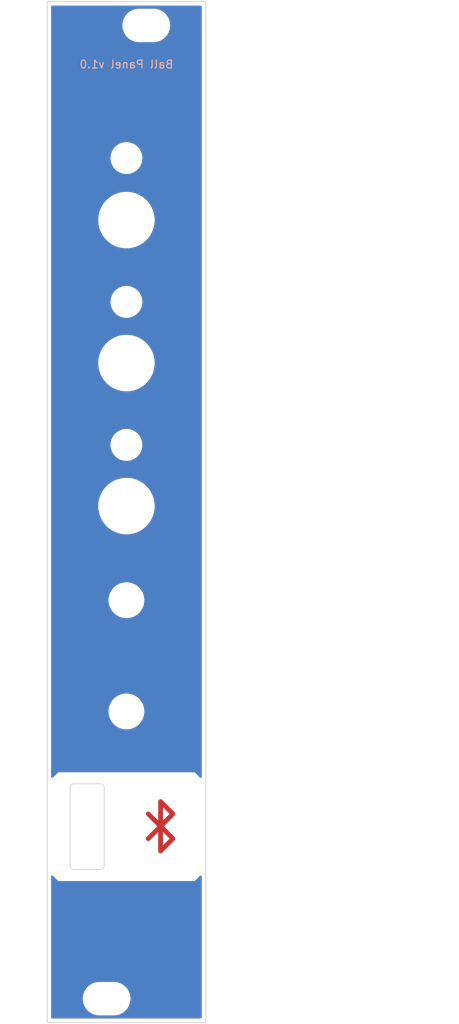
<source format=kicad_pcb>
(kicad_pcb (version 20211014) (generator pcbnew)
  (layers (0 "F.Cu" signal) (1 "In1.Cu" signal) (2 "In2.Cu" signal) (31 "B.Cu" signal) (34 "B.Paste" user) (35 "F.Paste" user) (36 "B.SilkS" user "B.Silkscreen") (37 "F.SilkS" user "F.Silkscreen") (38 "B.Mask" user) (39 "F.Mask" user) (44 "Edge.Cuts" user))
  (net 0 "")
  (footprint "Custom_Footprints:MountingHole_6.1mm" (layer "F.Cu") (at 80.3 85)
    (fp_text reference "Ref**" hide)
    (fp_text value "Thonkikonn_6.1mm")
    (pad "" np_thru_hole circle locked (at 0 0) (size 6.1 6.1) (drill 6.1) (layers *.Cu *.Mask "F.SilkS"))
  )
  (footprint "Graphics:Ball" (layer "F.Cu") (at 80.3 51.55)
    (fp_text reference "G***" hide)
    (fp_text value "LOGO" hide)
  )
  (footprint "Custom_Footprints:Oval_Mounting_Hole" (layer "F.Cu") (at 77.8 165)
    (fp_text reference "Ref**" hide)
    (fp_text value "Oval_Mounting_Hole" hide)
    (pad "" np_thru_hole oval locked (at 0 0) (size 5 3.2) (drill oval 5 3.2) (layers *.Cu *.Mask))
  )
  (footprint "Custom_Footprints:LED_Hole_3mm" (layer "F.Cu") (at 80.3 95.3)
    (fp_text reference "Ref**" hide)
    (fp_text value "LED_Hole_3mm" hide)
    (pad "" np_thru_hole circle locked (at 0 0) (size 3 3) (drill 3) (layers *.Cu *.Mask))
  )
  (footprint "Custom_Footprints:bluetooth" (layer "F.Cu") (at 84.6 143.3)
    (fp_text reference "G***" hide)
    (fp_text value "LOGO" hide)
    (fp_poly (pts (xy 0.042135 -3.403244) (xy 0.070543 -3.400262) (xy 0.095457 -3.393843) (xy 0.123112 -3.382814) (xy 0.128 -3.380637) (xy 0.135638 -3.376952) (xy 0.143869 -3.372298) (xy 0.153271 -3.366116) (xy 0.164423 -3.357847) (xy 0.177904 -3.346931) (xy 0.194294 -3.33281) (xy 0.214172 -3.314926) (xy 0.238117 -3.292719) (xy 0.266708 -3.26563) (xy 0.300524 -3.2331) (xy 0.340145 -3.194571) (xy 0.386149 -3.149484) (xy 0.439117 -3.09728) (xy 0.499626 -3.037399) (xy 0.568257 -2.969284) (xy 0.645588 -2.892375) (xy 0.732198 -2.806113) (xy 0.828667 -2.709939) (xy 0.935574 -2.603295) (xy 0.994361 -2.544637) (xy 1.110085 -2.4292) (xy 1.215058 -2.324521) (xy 1.309803 -2.230002) (xy 1.394841 -2.145045) (xy 1.470694 -2.069052) (xy 1.537883 -2.001425) (xy 1.596929 -1.941565) (xy 1.648356 -1.888876) (xy 1.692683 -1.842758) (xy 1.730432 -1.802614) (xy 1.762126 -1.767845) (xy 1.788284 -1.737855) (xy 1.80943 -1.712044) (xy 1.826085 -1.689815) (xy 1.838769 -1.67057) (xy 1.848005 -1.653711) (xy 1.854314 -1.638639) (xy 1.858218 -1.624757) (xy 1.860238 -1.611467) (xy 1.860895 -1.598171) (xy 1.860712 -1.58427) (xy 1.86021 -1.569167) (xy 1.85991 -1.552264) (xy 1.85991 -1.552169) (xy 1.860162 -1.534255) (xy 1.860587 -1.518346) (xy 1.860621 -1.503779) (xy 1.859698 -1.489891) (xy 1.857255 -1.47602) (xy 1.852727 -1.461505) (xy 1.84555 -1.445681) (xy 1.835158 -1.427888) (xy 1.820988 -1.407462) (xy 1.802475 -1.383742) (xy 1.779054 -1.356064) (xy 1.750162 -1.323767) (xy 1.715233 -1.286187) (xy 1.673702 -1.242664) (xy 1.625007 -1.192533) (xy 1.568581 -1.135134) (xy 1.503861 -1.069803) (xy 1.430281 -0.995878) (xy 1.347279 -0.912696) (xy 1.254288 -0.819596) (xy 1.150744 -0.715915) (xy 1.126812 -0.691939) (xy 0.432088 0.004123) (xy 1.120348 0.692061) (xy 1.226793 0.798416) (xy 1.322543 0.894064) (xy 1.408161 0.979669) (xy 1.484212 1.055893) (xy 1.551261 1.123396) (xy 1.609871 1.182842) (xy 1.660606 1.234892) (xy 1.704031 1.280208) (xy 1.74071 1.319453) (xy 1.771207 1.353288) (xy 1.796086 1.382375) (xy 1.815911 1.407376) (xy 1.831246 1.428954) (xy 1.842656 1.44777) (xy 1.850705 1.464487) (xy 1.855957 1.479765) (xy 1.858976 1.494268) (xy 1.860326 1.508657) (xy 1.860571 1.523595) (xy 1.860275 1.539743) (xy 1.860004 1.557763) (xy 1.86 1.56) (xy 1.860277 1.576945) (xy 1.860763 1.592083) (xy 1.860934 1.606012) (xy 1.86027 1.61933) (xy 1.858249 1.632635) (xy 1.854349 1.646526) (xy 1.848049 1.6616) (xy 1.838827 1.678456) (xy 1.826161 1.697692) (xy 1.80953 1.719906) (xy 1.788413 1.745696) (xy 1.762286 1.775661) (xy 1.73063 1.810398) (xy 1.692922 1.850505) (xy 1.648641 1.896581) (xy 1.597264 1.949224) (xy 1.538272 2.009032) (xy 1.471141 2.076604) (xy 1.39535 2.152536) (xy 1.310378 2.237428) (xy 1.215703 2.331878) (xy 1.110803 2.436483) (xy 0.995157 2.551842) (xy 0.994361 2.552636) (xy 0.881994 2.664751) (xy 0.780362 2.766112) (xy 0.688884 2.857278) (xy 0.606982 2.938809) (xy 0.534075 3.011263) (xy 0.469585 3.075199) (xy 0.41293 3.131177) (xy 0.363531 3.179755) (xy 0.320809 3.221493) (xy 0.284184 3.25695) (xy 0.253076 3.286683) (xy 0.226904 3.311254) (xy 0.205091 3.33122) (xy 0.187055 3.347141) (xy 0.172217 3.359576) (xy 0.159997 3.369084) (xy 0.149815 3.376223) (xy 0.141092 3.381553) (xy 0.133248 3.385634) (xy 0.128 3.388032) (xy 0.064394 3.408176) (xy -0.00106 3.41472) (xy -0.064521 3.407465) (xy -0.091559 3.399589) (xy -0.15547 3.36903) (xy -0.209055 3.326692) (xy -0.251277 3.273604) (xy -0.280536 3.212398) (xy -0.282609 3.206135) (xy -0.284488 3.199192) (xy -0.286182 3.190795) (xy -0.287702 3.180166) (xy -0.289056 3.166531) (xy -0.290255 3.149112) (xy -0.291307 3.127135) (xy -0.292223 3.099823) (xy -0.293011 3.0664) (xy -0.293681 3.026091) (xy -0.294243 2.97812) (xy -0.294706 2.92171) (xy -0.295081 2.856086) (xy -0.295375 2.780473) (xy -0.295599 2.694093) (xy -0.295762 2.596171) (xy -0.295874 2.485932) (xy -0.295945 2.3626) (xy -0.295983 2.225398) (xy -0.295998 2.07355) (xy -0.296 1.950279) (xy -0.296 0.732159) (xy -0.838 1.272987) (xy -0.934553 1.369233) (xy -1.020435 1.454625) (xy -1.096208 1.529703) (xy -1.162434 1.595009) (xy -1.219673 1.651084) (xy -1.268488 1.698468) (xy -1.309439 1.737703) (xy -1.343088 1.76933) (xy -1.369995 1.793891) (xy -1.390723 1.811925) (xy -1.405833 1.823974) (xy -1.415885 1.830579) (xy -1.417085 1.831177) (xy -1.480908 1.852758) (xy -1.545896 1.85947) (xy -1.609927 1.852107) (xy -1.670876 1.831458) (xy -1.726619 1.798315) (xy -1.775033 1.753468) (xy -1.813994 1.697708) (xy -1.823037 1.68) (xy -1.833306 1.655914) (xy -1.83958 1.633295) (xy -1.842792 1.606784) (xy -1.843872 1.571022) (xy -1.843918 1.559831) (xy -1.84417 1.541584) (xy -1.844508 1.525282) (xy -1.844368 1.510262) (xy -1.843186 1.495864) (xy -1.840398 1.481424) (xy -1.83544 1.466282) (xy -1.827747 1.449776) (xy -1.816756 1.431243) (xy -1.801903 1.410022) (xy -1.782623 1.385451) (xy -1.758353 1.356868) (xy -1.728528 1.323612) (xy -1.692585 1.28502) (xy -1.649959 1.240431) (xy -1.600087 1.189183) (xy -1.542403 1.130613) (xy -1.476345 1.064062) (xy -1.401348 0.988865) (xy -1.316849 0.904362) (xy -1.222282 0.809891) (xy -1.136332 0.724019) (xy 0.304 0.724019) (xy 0.304 2.39598) (xy 1.13998 1.56) (xy 0.72199 1.142009) (xy 0.304 0.724019) (xy -1.136332 0.724019) (xy -1.117084 0.704789) (xy -1.104349 0.692061) (xy -0.416089 0.004123) (xy -1.110813 -0.691939) (xy -1.216688 -0.797971) (xy -1.311889 -0.893278) (xy -1.396981 -0.978523) (xy -1.472527 -1.054369) (xy -1.539094 -1.121478) (xy -1.597244 -1.180512) (xy -1.647544 -1.232136) (xy -1.690558 -1.277011) (xy -1.72685 -1.315801) (xy -1.756986 -1.349168) (xy -1.781529 -1.377775) (xy -1.801046 -1.402284) (xy -1.816099 -1.423359) (xy -1.827256 -1.441662) (xy -1.835078 -1.457856) (xy -1.840133 -1.472603) (xy -1.842984 -1.486568) (xy -1.844196 -1.500411) (xy -1.844334 -1.514797) (xy -1.843962 -1.530387) (xy -1.843646 -1.547845) (xy -1.84364 -1.552) (xy -1.843111 -1.590755) (xy -1.840675 -1.618891) (xy -1.835414 -1.641761) (xy -1.826408 -1.664716) (xy -1.823037 -1.672) (xy -1.787202 -1.730701) (xy -1.741435 -1.778647) (xy -1.687845 -1.815077) (xy -1.628536 -1.839228) (xy -1.565616 -1.850338) (xy -1.50119 -1.847645) (xy -1.437365 -1.830388) (xy -1.413996 -1.819996) (xy -1.404614 -1.814314) (xy -1.391613 -1.804586) (xy -1.374354 -1.790197) (xy -1.352197 -1.770531) (xy -1.324504 -1.744973) (xy -1.290636 -1.712908) (xy -1.249954 -1.673721) (xy -1.201819 -1.626797) (xy -1.145591 -1.57152) (xy -1.080633 -1.507276) (xy -1.006305 -1.43345) (xy -0.921968 -1.349425) (xy -0.834 -1.2616) (xy -0.296 -0.724045) (xy -0.296 -1.94077) (xy -0.295997 -2.103898) (xy -0.295978 -2.251804) (xy -0.295936 -2.385265) (xy -0.295934 -2.387981) (xy 0.304 -2.387981) (xy 0.304 -0.71602) (xy 1.13998 -1.552) (xy 0.72199 -1.969991) (xy 0.304 -2.387981) (xy -0.295934 -2.387981) (xy -0.295859 -2.505059) (xy -0.295739 -2.611964) (xy -0.295566 -2.706758) (xy -0.29533 -2.790218) (xy -0.295021 -2.863121) (xy -0.294629 -2.926247) (xy -0.294145 -2.980372) (xy -0.29356 -3.026273) (xy -0.292862 -3.06473) (xy -0.292044 -3.096519) (xy -0.291094 -3.122419) (xy -0.290003 -3.143206) (xy -0.288762 -3.159659) (xy -0.28736 -3.172555) (xy -0.285789 -3.182672) (xy -0.284037 -3.190788) (xy -0.282096 -3.19768) (xy -0.28021 -3.20339) (xy -0.252554 -3.263698) (xy -0.213978 -3.3139) (xy -0.163109 -3.355448) (xy -0.108 -3.385586) (xy -0.083225 -3.395266) (xy -0.057504 -3.400938) (xy -0.025285 -3.403513) (xy 0.004 -3.40396)) (layer "F.Cu") (width 0) (fill solid))
    (zone (net 0) (net_name "") (layers F&B.Cu) (connect_pads (clearance 0)) (min_thickness 0.254)
      (keepout (tracks allowed) (vias allowed) (pads allowed) (copperpour not_allowed) (footprints allowed))
      (fill (thermal_gap 0.508) (thermal_bridge_width 0.508))
      (polygon (pts (xy 87.054377 139.745039) (xy 87.3 140.7) (xy 87.3 146.1) (xy 87 146.8) (xy 86.2 147.3) (xy 82.95 147.3) (xy 82.225 146.825) (xy 81.9 146.25) (xy 81.9 140.45) (xy 82.25 139.7) (xy 83.05 139.3) (xy 86.15 139.3)))
    )
  )
  (footprint "Custom_Footprints:MountingHole_6.1mm" (layer "F.Cu") (at 80.3 103)
    (fp_text reference "Ref**" hide)
    (fp_text value "Thonkikonn_6.1mm")
    (pad "" np_thru_hole circle locked (at 0 0) (size 6.1 6.1) (drill 6.1) (layers *.Cu *.Mask "F.SilkS"))
  )
  (footprint "Custom_Footprints:LED_Hole_3mm" (layer "F.Cu") (at 80.3 59.2)
    (fp_text reference "Ref**" hide)
    (fp_text value "LED_Hole_3mm" hide)
    (pad "" np_thru_hole circle locked (at 0 0) (size 3 3) (drill 3) (layers *.Cu *.Mask))
  )
  (footprint "Custom_Footprints:Small_Pushbutton_Hole_3.5mm" (layer "F.Cu") (at 80.3 128.85)
    (fp_text reference "Ref**" hide)
    (fp_text value "Push_Button_Hole" hide)
    (pad "" np_thru_hole circle locked (at 0 0) (size 3.5 3.5) (drill 3.5) (layers *.Cu *.Mask))
  )
  (footprint "Custom_Footprints:Small_Pushbutton_Hole_3.5mm" (layer "F.Cu") (at 80.3 114.85)
    (fp_text reference "Ref**" hide)
    (fp_text value "Push_Button_Hole" hide)
    (pad "" np_thru_hole circle locked (at 0 0) (size 3.5 3.5) (drill 3.5) (layers *.Cu *.Mask))
  )
  (footprint "Custom_Footprints:Oval_Mounting_Hole" (layer "F.Cu") (at 82.8 42.5)
    (fp_text reference "Ref**" hide)
    (fp_text value "Oval_Mounting_Hole" hide)
    (pad "" np_thru_hole oval locked (at 0 0) (size 5 3.2) (drill oval 5 3.2) (layers *.Cu *.Mask))
  )
  (footprint "Custom_Footprints:MountingHole_6.1mm" (layer "F.Cu") (at 80.3 67)
    (fp_text reference "Ref**" hide)
    (fp_text value "Thonkikonn_6.1mm")
    (pad "" np_thru_hole circle locked (at 0 0) (size 6.1 6.1) (drill 6.1) (layers *.Cu *.Mask "F.SilkS"))
  )
  (footprint "Custom_Footprints:LED_Hole_3mm" (layer "F.Cu") (at 80.3 77.3)
    (fp_text reference "Ref**" hide)
    (fp_text value "LED_Hole_3mm" hide)
    (pad "" np_thru_hole circle locked (at 0 0) (size 3 3) (drill 3) (layers *.Cu *.Mask))
  )
  (gr_rect (start 70.3 39.5) (end 90.3 168) (layer "Edge.Cuts") (width 0.1) (fill none))
  (gr_line (start 73.203553 138.453553) (end 73.203553 148.246447) (layer "Edge.Cuts") (width 0.1))
  (gr_arc (start 77.496447 148.246447) (mid 77.35 148.6) (end 76.996447 148.746447) (layer "Edge.Cuts") (width 0.1))
  (gr_arc (start 73.703553 148.746447) (mid 73.35 148.6) (end 73.203553 148.246447) (layer "Edge.Cuts") (width 0.1))
  (gr_line (start 77.496447 148.246447) (end 77.496447 138.453553) (layer "Edge.Cuts") (width 0.1))
  (gr_line (start 73.703553 137.953553) (end 76.996447 137.953553) (layer "Edge.Cuts") (width 0.1))
  (gr_line (start 73.703553 148.746447) (end 76.996447 148.746447) (layer "Edge.Cuts") (width 0.1))
  (gr_arc (start 76.996447 137.953553) (mid 77.35 138.1) (end 77.496447 138.453553) (layer "Edge.Cuts") (width 0.1))
  (gr_arc (start 73.203553 138.453553) (mid 73.35 138.1) (end 73.703553 137.953553) (layer "Edge.Cuts") (width 0.1))
  (gr_text "Ball Panel v1.0" (at 80.3 47.4) (layer "B.SilkS") (effects (font (size 1 1)) (justify mirror)))
  (zone (net 0) (net_name "") (layers F&B.Cu) (connect_pads (clearance 0.508)) (min_thickness 0.254) (fill yes (thermal_gap 0.508) (thermal_bridge_width 0.508))
    (polygon (pts (xy 90.5 168.2) (xy 70.1 168.2) (xy 70.1 39.3) (xy 90.5 39.3)))
  )
  (zone (net 0) (net_name "") (layers F&B.Cu) (connect_pads (clearance 0)) (min_thickness 0.254)
    (keepout (tracks allowed) (vias allowed) (pads allowed) (copperpour not_allowed) (footprints allowed))
    (fill (thermal_gap 0.508) (thermal_bridge_width 0.508))
    (polygon (pts (xy 90.3 148.8) (xy 88.9 150.2) (xy 71.7 150.2) (xy 70.3 148.8) (xy 70.3 137.9) (xy 71.7 136.5) (xy 88.9 136.5) (xy 90.3 137.9)))
  )
)
</source>
